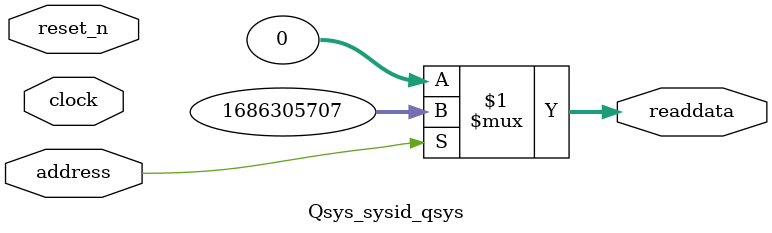
<source format=v>



// synthesis translate_off
`timescale 1ns / 1ps
// synthesis translate_on

// turn off superfluous verilog processor warnings 
// altera message_level Level1 
// altera message_off 10034 10035 10036 10037 10230 10240 10030 

module Qsys_sysid_qsys (
               // inputs:
                address,
                clock,
                reset_n,

               // outputs:
                readdata
             )
;

  output  [ 31: 0] readdata;
  input            address;
  input            clock;
  input            reset_n;

  wire    [ 31: 0] readdata;
  //control_slave, which is an e_avalon_slave
  assign readdata = address ? 1686305707 : 0;

endmodule



</source>
